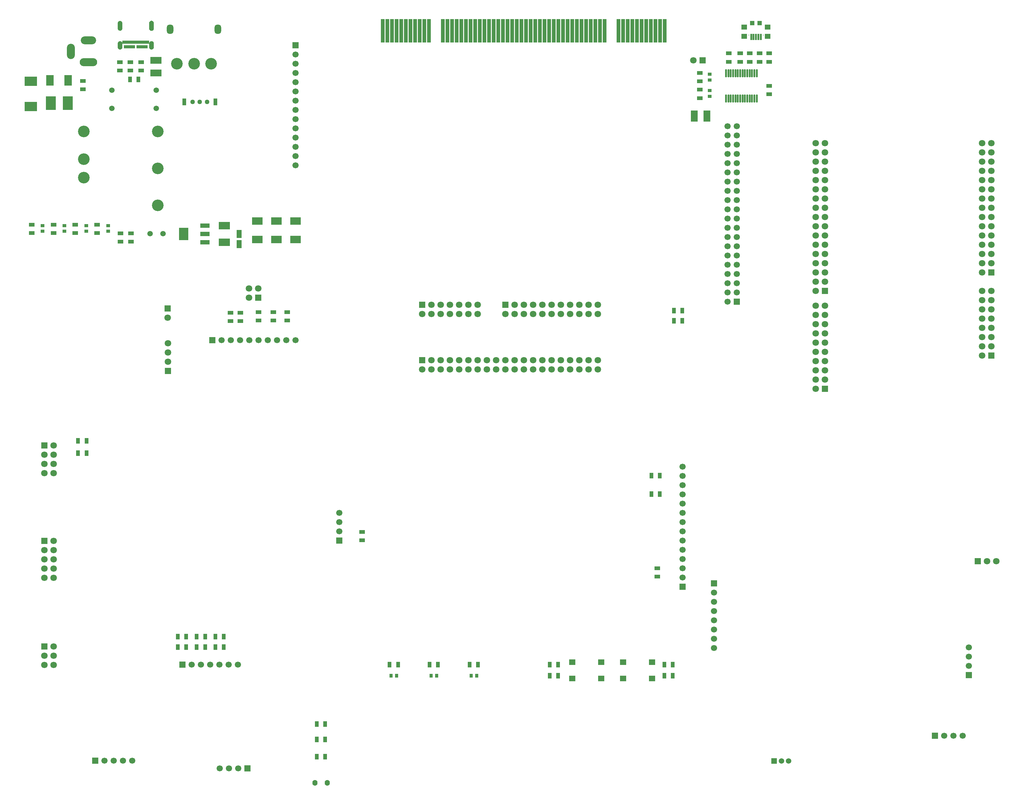
<source format=gts>
G04*
G04 #@! TF.GenerationSoftware,Altium Limited,Altium Designer,22.8.2 (66)*
G04*
G04 Layer_Color=8388736*
%FSLAX24Y24*%
%MOIN*%
G70*
G04*
G04 #@! TF.SameCoordinates,7B41CF5B-E62F-45EA-8BBF-26C1571639E4*
G04*
G04*
G04 #@! TF.FilePolarity,Negative*
G04*
G01*
G75*
%ADD21O,0.0218X0.0907*%
%ADD22R,0.0592X0.0434*%
%ADD23R,0.0513X0.0474*%
%ADD24R,0.0237X0.0710*%
%ADD25R,0.0631X0.0552*%
%ADD26R,0.0552X0.0867*%
%ADD27R,0.1222X0.0769*%
%ADD28R,0.0198X0.0356*%
%ADD29R,0.0474X0.0356*%
%ADD30R,0.0395X0.0375*%
%ADD31R,0.0434X0.0592*%
%ADD32R,0.0438X0.2529*%
%ADD33R,0.0375X0.0395*%
%ADD34R,0.0690X0.0592*%
%ADD35R,0.1064X0.1497*%
%ADD36R,0.1182X0.0832*%
%ADD37R,0.0832X0.1182*%
%ADD38R,0.0769X0.1222*%
%ADD39R,0.1222X0.0808*%
%ADD40R,0.1379X0.1025*%
%ADD41R,0.1025X0.0474*%
%ADD42R,0.1025X0.1379*%
%ADD43R,0.0710X0.0710*%
%ADD44C,0.0710*%
%ADD45C,0.0080*%
%ADD46C,0.1261*%
G04:AMPARAMS|DCode=47|XSize=102.5mil|YSize=71mil|CornerRadius=29.2mil|HoleSize=0mil|Usage=FLASHONLY|Rotation=270.000|XOffset=0mil|YOffset=0mil|HoleType=Round|Shape=RoundedRectangle|*
%AMROUNDEDRECTD47*
21,1,0.1025,0.0126,0,0,270.0*
21,1,0.0441,0.0710,0,0,270.0*
1,1,0.0584,-0.0063,-0.0220*
1,1,0.0584,-0.0063,0.0220*
1,1,0.0584,0.0063,0.0220*
1,1,0.0584,0.0063,-0.0220*
%
%ADD47ROUNDEDRECTD47*%
%ADD48O,0.0867X0.1655*%
%ADD49O,0.1655X0.0867*%
%ADD50O,0.1891X0.0867*%
%ADD51C,0.0592*%
%ADD52C,0.0512*%
%ADD53R,0.0433X0.0748*%
%ADD54C,0.0669*%
%ADD55R,0.0669X0.0669*%
%ADD56R,0.0710X0.0710*%
%ADD57R,0.0592X0.0592*%
%ADD58R,0.0669X0.0669*%
%ADD59O,0.0551X0.0630*%
G36*
X11317Y81386D02*
X11304Y81387D01*
X11291Y81389D01*
X11278Y81391D01*
X11265Y81394D01*
X11252Y81398D01*
X11239Y81403D01*
X11227Y81408D01*
X11215Y81414D01*
X11203Y81420D01*
X11191Y81427D01*
X11180Y81435D01*
X11170Y81443D01*
X11159Y81452D01*
X11150Y81461D01*
X11141Y81470D01*
X11132Y81481D01*
X11124Y81491D01*
X11116Y81502D01*
X11109Y81514D01*
X11103Y81526D01*
X11097Y81538D01*
X11092Y81550D01*
X11087Y81563D01*
X11083Y81576D01*
X11080Y81589D01*
X11078Y81602D01*
X11076Y81615D01*
X11075Y81628D01*
X11075Y81642D01*
Y82035D01*
X11075Y82049D01*
X11076Y82062D01*
X11078Y82076D01*
X11080Y82089D01*
X11083Y82102D01*
X11087Y82115D01*
X11092Y82127D01*
X11097Y82139D01*
X11103Y82152D01*
X11109Y82163D01*
X11116Y82175D01*
X11124Y82186D01*
X11132Y82196D01*
X11141Y82207D01*
X11150Y82217D01*
X11159Y82226D01*
X11170Y82234D01*
X11180Y82243D01*
X11191Y82250D01*
X11203Y82257D01*
X11215Y82263D01*
X11227Y82269D01*
X11239Y82274D01*
X11252Y82279D01*
X11265Y82283D01*
X11278Y82286D01*
X11291Y82288D01*
X11304Y82290D01*
X11317Y82291D01*
X11331Y82291D01*
X11344Y82291D01*
X11357Y82290D01*
X11371Y82288D01*
X11384Y82286D01*
X11397Y82283D01*
X11410Y82279D01*
X11422Y82274D01*
X11435Y82269D01*
X11447Y82263D01*
X11459Y82257D01*
X11470Y82250D01*
X11481Y82243D01*
X11492Y82234D01*
X11502Y82226D01*
X11512Y82217D01*
X11521Y82207D01*
X11530Y82196D01*
X11538Y82186D01*
X11545Y82175D01*
X11552Y82163D01*
X11559Y82152D01*
X11565Y82139D01*
X11570Y82127D01*
X11574Y82115D01*
X11578Y82102D01*
X11581Y82089D01*
X11583Y82076D01*
X11585Y82062D01*
X11586Y82049D01*
X11587Y82035D01*
Y81642D01*
X11586Y81628D01*
X11585Y81615D01*
X11583Y81602D01*
X11581Y81589D01*
X11578Y81576D01*
X11574Y81563D01*
X11570Y81550D01*
X11565Y81538D01*
X11559Y81526D01*
X11552Y81514D01*
X11545Y81502D01*
X11538Y81491D01*
X11530Y81481D01*
X11521Y81470D01*
X11512Y81461D01*
X11502Y81452D01*
X11492Y81443D01*
X11481Y81435D01*
X11470Y81427D01*
X11459Y81420D01*
X11447Y81414D01*
X11435Y81408D01*
X11422Y81403D01*
X11410Y81398D01*
X11397Y81394D01*
X11384Y81391D01*
X11371Y81389D01*
X11357Y81387D01*
X11344Y81386D01*
X11331Y81386D01*
X11317Y81386D01*
D02*
G37*
G36*
Y83418D02*
X11304Y83420D01*
X11290Y83422D01*
X11276Y83425D01*
X11263Y83429D01*
X11250Y83433D01*
X11237Y83438D01*
X11224Y83444D01*
X11212Y83450D01*
X11200Y83457D01*
X11188Y83465D01*
X11177Y83474D01*
X11166Y83482D01*
X11156Y83492D01*
X11146Y83502D01*
X11137Y83512D01*
X11128Y83523D01*
X11120Y83534D01*
X11113Y83546D01*
X11106Y83558D01*
X11100Y83571D01*
X11094Y83583D01*
X11089Y83596D01*
X11085Y83610D01*
X11082Y83623D01*
X11079Y83637D01*
X11077Y83651D01*
X11075Y83665D01*
X11075Y83678D01*
Y83693D01*
Y84205D01*
Y84219D01*
X11075Y84233D01*
X11077Y84247D01*
X11079Y84261D01*
X11082Y84274D01*
X11085Y84288D01*
X11089Y84301D01*
X11094Y84314D01*
X11100Y84327D01*
X11106Y84339D01*
X11113Y84352D01*
X11120Y84363D01*
X11128Y84375D01*
X11137Y84385D01*
X11146Y84396D01*
X11156Y84406D01*
X11166Y84415D01*
X11177Y84424D01*
X11188Y84432D01*
X11200Y84440D01*
X11212Y84447D01*
X11224Y84454D01*
X11237Y84459D01*
X11250Y84465D01*
X11263Y84469D01*
X11276Y84472D01*
X11290Y84476D01*
X11304Y84478D01*
X11317Y84480D01*
X11331Y84480D01*
X11344Y84480D01*
X11358Y84478D01*
X11372Y84476D01*
X11385Y84472D01*
X11398Y84469D01*
X11412Y84465D01*
X11425Y84459D01*
X11437Y84454D01*
X11450Y84447D01*
X11462Y84440D01*
X11473Y84432D01*
X11485Y84424D01*
X11495Y84415D01*
X11506Y84406D01*
X11515Y84396D01*
X11524Y84385D01*
X11533Y84375D01*
X11541Y84363D01*
X11549Y84352D01*
X11556Y84339D01*
X11562Y84327D01*
X11567Y84314D01*
X11572Y84301D01*
X11576Y84288D01*
X11580Y84274D01*
X11583Y84261D01*
X11585Y84247D01*
X11586Y84233D01*
X11587Y84219D01*
Y84205D01*
Y83693D01*
Y83678D01*
X11586Y83665D01*
X11585Y83651D01*
X11583Y83637D01*
X11580Y83623D01*
X11576Y83610D01*
X11572Y83596D01*
X11567Y83583D01*
X11562Y83571D01*
X11556Y83558D01*
X11549Y83546D01*
X11541Y83534D01*
X11533Y83523D01*
X11524Y83512D01*
X11515Y83502D01*
X11506Y83492D01*
X11495Y83482D01*
X11485Y83474D01*
X11473Y83465D01*
X11462Y83457D01*
X11450Y83450D01*
X11437Y83444D01*
X11425Y83438D01*
X11412Y83433D01*
X11398Y83429D01*
X11385Y83425D01*
X11372Y83422D01*
X11358Y83420D01*
X11344Y83418D01*
X11331Y83417D01*
X11317Y83418D01*
D02*
G37*
G36*
X14719Y81386D02*
X14706Y81387D01*
X14692Y81389D01*
X14679Y81391D01*
X14666Y81394D01*
X14653Y81398D01*
X14641Y81403D01*
X14628Y81408D01*
X14616Y81414D01*
X14604Y81420D01*
X14593Y81427D01*
X14582Y81435D01*
X14571Y81443D01*
X14561Y81452D01*
X14551Y81461D01*
X14542Y81470D01*
X14533Y81481D01*
X14525Y81491D01*
X14518Y81502D01*
X14511Y81514D01*
X14504Y81526D01*
X14498Y81538D01*
X14493Y81550D01*
X14489Y81563D01*
X14485Y81576D01*
X14482Y81589D01*
X14480Y81602D01*
X14478Y81615D01*
X14477Y81628D01*
X14476Y81642D01*
Y82035D01*
X14477Y82049D01*
X14478Y82062D01*
X14480Y82076D01*
X14482Y82089D01*
X14485Y82102D01*
X14489Y82115D01*
X14493Y82127D01*
X14498Y82139D01*
X14504Y82152D01*
X14511Y82163D01*
X14518Y82175D01*
X14525Y82186D01*
X14533Y82196D01*
X14542Y82207D01*
X14551Y82217D01*
X14561Y82226D01*
X14571Y82234D01*
X14582Y82243D01*
X14593Y82250D01*
X14604Y82257D01*
X14616Y82263D01*
X14628Y82269D01*
X14641Y82274D01*
X14653Y82279D01*
X14666Y82283D01*
X14679Y82286D01*
X14692Y82288D01*
X14706Y82290D01*
X14719Y82291D01*
X14732Y82291D01*
X14746D01*
X14759Y82291D01*
X14772Y82290D01*
X14785Y82288D01*
X14798Y82285D01*
X14810Y82282D01*
X14822Y82278D01*
X14834Y82274D01*
X14846Y82268D01*
X14858Y82263D01*
X14869Y82256D01*
X14880Y82250D01*
X14890Y82242D01*
X14900Y82234D01*
X14910Y82225D01*
X14919Y82217D01*
X14928Y82207D01*
X14936Y82197D01*
X14944Y82187D01*
X14951Y82176D01*
X14957Y82165D01*
X14963Y82153D01*
X14969Y82141D01*
X14974Y82130D01*
X14978Y82117D01*
X14981Y82105D01*
X14984Y82092D01*
X14986Y82080D01*
X14987Y82067D01*
X14988Y82055D01*
Y81661D01*
Y81647D01*
X14988Y81633D01*
X14986Y81619D01*
X14984Y81606D01*
X14981Y81592D01*
X14978Y81578D01*
X14974Y81565D01*
X14969Y81552D01*
X14963Y81539D01*
X14957Y81527D01*
X14950Y81515D01*
X14943Y81503D01*
X14935Y81491D01*
X14926Y81481D01*
X14917Y81470D01*
X14907Y81460D01*
X14897Y81451D01*
X14886Y81442D01*
X14875Y81434D01*
X14863Y81426D01*
X14851Y81419D01*
X14839Y81413D01*
X14826Y81407D01*
X14813Y81402D01*
X14800Y81397D01*
X14787Y81394D01*
X14773Y81391D01*
X14759Y81388D01*
X14746Y81387D01*
X14732Y81386D01*
X14719Y81386D01*
D02*
G37*
G36*
Y83398D02*
X14705Y83400D01*
X14691Y83402D01*
X14678Y83406D01*
X14665Y83409D01*
X14651Y83413D01*
X14638Y83419D01*
X14626Y83424D01*
X14613Y83431D01*
X14601Y83438D01*
X14590Y83446D01*
X14578Y83454D01*
X14568Y83463D01*
X14557Y83472D01*
X14548Y83482D01*
X14539Y83493D01*
X14530Y83503D01*
X14522Y83515D01*
X14514Y83526D01*
X14507Y83539D01*
X14501Y83551D01*
X14496Y83564D01*
X14491Y83577D01*
X14487Y83590D01*
X14483Y83604D01*
X14480Y83617D01*
X14478Y83631D01*
X14477Y83645D01*
X14476Y83659D01*
Y83673D01*
Y84224D01*
Y84239D01*
X14477Y84253D01*
X14478Y84267D01*
X14480Y84280D01*
X14483Y84294D01*
X14487Y84307D01*
X14491Y84321D01*
X14496Y84334D01*
X14501Y84346D01*
X14507Y84359D01*
X14514Y84371D01*
X14522Y84383D01*
X14530Y84394D01*
X14539Y84405D01*
X14548Y84416D01*
X14557Y84426D01*
X14568Y84435D01*
X14578Y84444D01*
X14590Y84452D01*
X14601Y84460D01*
X14613Y84467D01*
X14626Y84473D01*
X14638Y84479D01*
X14651Y84484D01*
X14665Y84489D01*
X14678Y84492D01*
X14691Y84495D01*
X14705Y84498D01*
X14719Y84499D01*
X14732Y84500D01*
X14746Y84499D01*
X14759Y84498D01*
X14773Y84495D01*
X14787Y84492D01*
X14800Y84489D01*
X14813Y84484D01*
X14826Y84479D01*
X14839Y84473D01*
X14851Y84467D01*
X14863Y84460D01*
X14875Y84452D01*
X14886Y84444D01*
X14897Y84435D01*
X14907Y84426D01*
X14917Y84416D01*
X14926Y84405D01*
X14935Y84394D01*
X14943Y84383D01*
X14950Y84371D01*
X14957Y84359D01*
X14963Y84346D01*
X14969Y84334D01*
X14974Y84321D01*
X14978Y84307D01*
X14981Y84294D01*
X14984Y84280D01*
X14986Y84267D01*
X14988Y84253D01*
X14988Y84239D01*
Y84224D01*
Y83673D01*
Y83659D01*
X14988Y83645D01*
X14986Y83631D01*
X14984Y83617D01*
X14981Y83604D01*
X14978Y83590D01*
X14974Y83577D01*
X14969Y83564D01*
X14963Y83551D01*
X14957Y83539D01*
X14950Y83526D01*
X14943Y83515D01*
X14935Y83503D01*
X14926Y83493D01*
X14917Y83482D01*
X14907Y83472D01*
X14897Y83463D01*
X14886Y83454D01*
X14875Y83446D01*
X14863Y83438D01*
X14851Y83431D01*
X14839Y83424D01*
X14826Y83419D01*
X14813Y83413D01*
X14800Y83409D01*
X14787Y83406D01*
X14773Y83402D01*
X14759Y83400D01*
X14746Y83398D01*
X14732Y83398D01*
X14719Y83398D01*
D02*
G37*
D21*
X77648Y78799D02*
D03*
X77392D02*
D03*
X77904D02*
D03*
X77136D02*
D03*
X76880D02*
D03*
X79439D02*
D03*
X78927D02*
D03*
X79183D02*
D03*
X80207D02*
D03*
X79695D02*
D03*
X79951D02*
D03*
X78671D02*
D03*
X78159D02*
D03*
X78415D02*
D03*
X77136Y76083D02*
D03*
X76880D02*
D03*
X77648D02*
D03*
X77392D02*
D03*
X79439D02*
D03*
X80207D02*
D03*
X79695D02*
D03*
X79951D02*
D03*
X78415D02*
D03*
X77904D02*
D03*
X78159D02*
D03*
X79183D02*
D03*
X78671D02*
D03*
X78927D02*
D03*
D22*
X81535Y76555D02*
D03*
Y77461D02*
D03*
X78425Y80059D02*
D03*
Y80965D02*
D03*
X81535Y80059D02*
D03*
Y80965D02*
D03*
X13622Y79114D02*
D03*
Y80020D02*
D03*
X74055Y76122D02*
D03*
Y77028D02*
D03*
Y78839D02*
D03*
Y77933D02*
D03*
X29409Y52933D02*
D03*
Y52028D02*
D03*
X27913D02*
D03*
Y52933D02*
D03*
X11378Y60571D02*
D03*
Y61476D02*
D03*
X37520Y29154D02*
D03*
Y28248D02*
D03*
X69449Y25217D02*
D03*
Y24311D02*
D03*
X23268Y52894D02*
D03*
Y51988D02*
D03*
X26299Y52028D02*
D03*
Y52933D02*
D03*
X79449Y80059D02*
D03*
Y80965D02*
D03*
X80512Y80059D02*
D03*
Y80965D02*
D03*
X8858Y62421D02*
D03*
Y61516D02*
D03*
X6496Y62421D02*
D03*
Y61516D02*
D03*
X4134Y62421D02*
D03*
Y61516D02*
D03*
X11299Y80020D02*
D03*
Y79114D02*
D03*
X1772Y62421D02*
D03*
Y61516D02*
D03*
X24331Y51988D02*
D03*
Y52894D02*
D03*
X77165Y80059D02*
D03*
Y80965D02*
D03*
X12441Y80020D02*
D03*
Y79114D02*
D03*
X7323Y77067D02*
D03*
Y77972D02*
D03*
X12520Y61476D02*
D03*
Y60571D02*
D03*
D23*
X79724Y84252D02*
D03*
X80512D02*
D03*
D24*
X80630Y82736D02*
D03*
X80374D02*
D03*
X79606D02*
D03*
X79862D02*
D03*
X80118D02*
D03*
D25*
X78858Y82815D02*
D03*
X81378D02*
D03*
X78858Y83799D02*
D03*
X81378D02*
D03*
D26*
X24213Y60315D02*
D03*
Y61417D02*
D03*
D27*
X15197Y78848D02*
D03*
Y80207D02*
D03*
D28*
X14213Y81677D02*
D03*
X14016D02*
D03*
X13819D02*
D03*
X13622D02*
D03*
X13425D02*
D03*
X13228D02*
D03*
X12835D02*
D03*
X12638D02*
D03*
X12441D02*
D03*
X12244D02*
D03*
X12047D02*
D03*
X11850D02*
D03*
X12146Y82189D02*
D03*
X12343D02*
D03*
X12539D02*
D03*
X12736D02*
D03*
X12933D02*
D03*
X13130D02*
D03*
X13327D02*
D03*
X13524D02*
D03*
X13720D02*
D03*
X13917D02*
D03*
D29*
X11811D02*
D03*
X14252D02*
D03*
D30*
X75118Y78091D02*
D03*
Y78701D02*
D03*
Y76929D02*
D03*
Y76319D02*
D03*
X10039Y61703D02*
D03*
Y62313D02*
D03*
X7677Y61703D02*
D03*
Y62313D02*
D03*
X5315D02*
D03*
Y61703D02*
D03*
X2953Y62313D02*
D03*
Y61703D02*
D03*
D31*
X6791Y39016D02*
D03*
X7697D02*
D03*
X69705Y33228D02*
D03*
X68799D02*
D03*
Y35236D02*
D03*
X69705D02*
D03*
X6791Y37677D02*
D03*
X7697D02*
D03*
X58720Y13583D02*
D03*
X57815D02*
D03*
X70217D02*
D03*
X71122D02*
D03*
X49154Y14764D02*
D03*
X50059D02*
D03*
X44823Y14764D02*
D03*
X45728D02*
D03*
X40492Y14764D02*
D03*
X41398D02*
D03*
X19626Y16693D02*
D03*
X20531D02*
D03*
X17579D02*
D03*
X18484D02*
D03*
X21634D02*
D03*
X22539D02*
D03*
X32618Y6693D02*
D03*
X33524D02*
D03*
X32618Y4803D02*
D03*
X33524D02*
D03*
X71240Y52008D02*
D03*
X72146D02*
D03*
X71240Y53110D02*
D03*
X72146D02*
D03*
X58720Y14764D02*
D03*
X57815D02*
D03*
X70217D02*
D03*
X71122D02*
D03*
X22539Y17795D02*
D03*
X21634D02*
D03*
X18484D02*
D03*
X17579D02*
D03*
X20531D02*
D03*
X19626D02*
D03*
X32618Y8346D02*
D03*
X33524D02*
D03*
X13307Y78150D02*
D03*
X12402D02*
D03*
D32*
X70232Y83421D02*
D03*
X69732D02*
D03*
X69232D02*
D03*
X68732D02*
D03*
X68232D02*
D03*
X67732D02*
D03*
X67232D02*
D03*
X66732D02*
D03*
X66232D02*
D03*
X65732D02*
D03*
X65232D02*
D03*
X63732D02*
D03*
X63232D02*
D03*
X62732D02*
D03*
X62232D02*
D03*
X61732D02*
D03*
X61232D02*
D03*
X60732D02*
D03*
X60232D02*
D03*
X59732D02*
D03*
X59232D02*
D03*
X58732D02*
D03*
X58232D02*
D03*
X57732D02*
D03*
X57232D02*
D03*
X56732D02*
D03*
X56232D02*
D03*
X55732D02*
D03*
X55232D02*
D03*
X54732D02*
D03*
X54232D02*
D03*
X53732D02*
D03*
X53232D02*
D03*
X52732D02*
D03*
X52232D02*
D03*
X51732D02*
D03*
X51232D02*
D03*
X50732D02*
D03*
X50232D02*
D03*
X49732D02*
D03*
X49232D02*
D03*
X48732D02*
D03*
X48232D02*
D03*
X47732D02*
D03*
X47232D02*
D03*
X46732D02*
D03*
X46232D02*
D03*
X44732D02*
D03*
X44232D02*
D03*
X43732D02*
D03*
X43232D02*
D03*
X42732D02*
D03*
X42232D02*
D03*
X41732D02*
D03*
X41232D02*
D03*
X40732D02*
D03*
X40232D02*
D03*
X39732D02*
D03*
D33*
X49911Y13583D02*
D03*
X49301D02*
D03*
X44970Y13583D02*
D03*
X45581D02*
D03*
X40640D02*
D03*
X41250D02*
D03*
D34*
X63376Y13287D02*
D03*
Y15059D02*
D03*
X60246Y13287D02*
D03*
Y15059D02*
D03*
X68888Y13287D02*
D03*
Y15059D02*
D03*
X65758Y13287D02*
D03*
Y15059D02*
D03*
D35*
X3839Y75591D02*
D03*
X5689D02*
D03*
D36*
X28248Y60827D02*
D03*
Y62795D02*
D03*
X30315Y60827D02*
D03*
Y62795D02*
D03*
X26181Y60827D02*
D03*
Y62795D02*
D03*
D37*
X3740Y78051D02*
D03*
X5709D02*
D03*
D38*
X74813Y74173D02*
D03*
X73455D02*
D03*
D39*
X22598Y60512D02*
D03*
Y62323D02*
D03*
D40*
X1673Y75207D02*
D03*
Y77943D02*
D03*
D41*
X20512Y60512D02*
D03*
Y61417D02*
D03*
Y62323D02*
D03*
D42*
X18228Y61417D02*
D03*
D43*
X105563Y48252D02*
D03*
Y57252D02*
D03*
X87563Y55252D02*
D03*
Y44652D02*
D03*
X3150Y28181D02*
D03*
Y38508D02*
D03*
Y16748D02*
D03*
X74358Y80197D02*
D03*
X104118Y25984D02*
D03*
X26287Y54512D02*
D03*
D44*
X104563Y48252D02*
D03*
X105563Y49252D02*
D03*
X104563D02*
D03*
X105563Y50252D02*
D03*
X104563D02*
D03*
X105563Y51252D02*
D03*
X104563D02*
D03*
X105563Y52252D02*
D03*
X104563D02*
D03*
X105563Y53252D02*
D03*
X104563D02*
D03*
X105563Y54252D02*
D03*
X104563D02*
D03*
X105563Y55252D02*
D03*
X104563D02*
D03*
Y57252D02*
D03*
X105563Y58252D02*
D03*
X104563D02*
D03*
X105563Y59252D02*
D03*
X104563D02*
D03*
X105563Y60252D02*
D03*
X104563D02*
D03*
X105563Y61252D02*
D03*
X104563D02*
D03*
X105563Y62252D02*
D03*
X104563D02*
D03*
X105563Y63252D02*
D03*
X104563D02*
D03*
X105563Y64252D02*
D03*
X104563D02*
D03*
X105563Y65252D02*
D03*
X104563D02*
D03*
X105563Y66252D02*
D03*
X104563D02*
D03*
X105563Y67252D02*
D03*
X104563D02*
D03*
X105563Y68252D02*
D03*
X104563D02*
D03*
X105563Y69252D02*
D03*
X104563D02*
D03*
X105563Y70252D02*
D03*
X104563D02*
D03*
X105563Y71252D02*
D03*
X104563D02*
D03*
X86563Y55252D02*
D03*
X87563Y56252D02*
D03*
X86563D02*
D03*
X87563Y57252D02*
D03*
X86563D02*
D03*
X87563Y58252D02*
D03*
X86563D02*
D03*
X87563Y59252D02*
D03*
X86563D02*
D03*
X87563Y60252D02*
D03*
X86563D02*
D03*
X87563Y61252D02*
D03*
X86563D02*
D03*
X87563Y62252D02*
D03*
X86563D02*
D03*
X87563Y63252D02*
D03*
X86563D02*
D03*
X87563Y64252D02*
D03*
X86563D02*
D03*
X87563Y65252D02*
D03*
X86563D02*
D03*
X87563Y66252D02*
D03*
X86563D02*
D03*
X87563Y67252D02*
D03*
X86563D02*
D03*
X87563Y68252D02*
D03*
X86563D02*
D03*
X87563Y69252D02*
D03*
X86563D02*
D03*
X87563Y70252D02*
D03*
X86563D02*
D03*
X87563Y71252D02*
D03*
X86563D02*
D03*
Y44652D02*
D03*
X87563Y45652D02*
D03*
X86563D02*
D03*
X87563Y46652D02*
D03*
X86563D02*
D03*
X87563Y47652D02*
D03*
X86563D02*
D03*
X87563Y48652D02*
D03*
X86563D02*
D03*
X87563Y49652D02*
D03*
X86563D02*
D03*
X87563Y50652D02*
D03*
X86563D02*
D03*
X87563Y51652D02*
D03*
X86563D02*
D03*
X87563Y52652D02*
D03*
X86563D02*
D03*
X87563Y53652D02*
D03*
X86563D02*
D03*
X3150Y25181D02*
D03*
X4150D02*
D03*
Y28181D02*
D03*
Y27181D02*
D03*
X3150D02*
D03*
X4150Y26181D02*
D03*
X3150D02*
D03*
Y24181D02*
D03*
X4150D02*
D03*
Y35508D02*
D03*
X3150D02*
D03*
Y37508D02*
D03*
Y36508D02*
D03*
X4150Y38508D02*
D03*
Y36508D02*
D03*
Y37508D02*
D03*
Y15748D02*
D03*
Y16748D02*
D03*
X3150Y15748D02*
D03*
Y14748D02*
D03*
X4150D02*
D03*
X63000Y52750D02*
D03*
Y53750D02*
D03*
X56000D02*
D03*
Y52750D02*
D03*
X53000D02*
D03*
X54000D02*
D03*
Y53750D02*
D03*
X55000Y52750D02*
D03*
Y53750D02*
D03*
X57000D02*
D03*
Y52750D02*
D03*
X58000Y53750D02*
D03*
Y52750D02*
D03*
X59000Y53750D02*
D03*
Y52750D02*
D03*
X60000Y53750D02*
D03*
Y52750D02*
D03*
X61000Y53750D02*
D03*
Y52750D02*
D03*
X62000Y53750D02*
D03*
Y52750D02*
D03*
X50000D02*
D03*
Y53750D02*
D03*
X49000Y52750D02*
D03*
Y53750D02*
D03*
X48000Y52750D02*
D03*
Y53750D02*
D03*
X46000D02*
D03*
Y52750D02*
D03*
X45000Y53750D02*
D03*
Y52750D02*
D03*
X44000D02*
D03*
X47000D02*
D03*
Y53750D02*
D03*
X63000Y46750D02*
D03*
Y47750D02*
D03*
X62000Y46750D02*
D03*
Y47750D02*
D03*
X61000Y46750D02*
D03*
Y47750D02*
D03*
X60000Y46750D02*
D03*
Y47750D02*
D03*
X59000Y46750D02*
D03*
Y47750D02*
D03*
X58000Y46750D02*
D03*
Y47750D02*
D03*
X57000Y46750D02*
D03*
Y47750D02*
D03*
X56000Y46750D02*
D03*
Y47750D02*
D03*
X55000Y46750D02*
D03*
Y47750D02*
D03*
X54000Y46750D02*
D03*
Y47750D02*
D03*
X53000Y46750D02*
D03*
Y47750D02*
D03*
X52000Y46750D02*
D03*
Y47750D02*
D03*
X51000Y46750D02*
D03*
Y47750D02*
D03*
X50000Y46750D02*
D03*
Y47750D02*
D03*
X49000Y46750D02*
D03*
Y47750D02*
D03*
X48000Y46750D02*
D03*
Y47750D02*
D03*
X46000D02*
D03*
Y46750D02*
D03*
X45000Y47750D02*
D03*
Y46750D02*
D03*
X44000D02*
D03*
X47000D02*
D03*
Y47750D02*
D03*
X16496Y52346D02*
D03*
X73358Y80197D02*
D03*
X105118Y25984D02*
D03*
X106118D02*
D03*
X26287Y55512D02*
D03*
X25287D02*
D03*
Y54512D02*
D03*
X16506Y47575D02*
D03*
Y48575D02*
D03*
Y49575D02*
D03*
D45*
X79331Y82953D02*
D03*
X80906D02*
D03*
D46*
X19331Y79843D02*
D03*
X21181D02*
D03*
X17480D02*
D03*
X15417Y64504D02*
D03*
Y68504D02*
D03*
X7417Y67504D02*
D03*
Y69504D02*
D03*
X15417Y72504D02*
D03*
X7417D02*
D03*
D47*
X16732Y83593D02*
D03*
X21929D02*
D03*
D48*
X6024Y81181D02*
D03*
D49*
X7913Y82362D02*
D03*
D50*
Y80000D02*
D03*
D51*
X15256Y76968D02*
D03*
Y75000D02*
D03*
X83661Y4331D02*
D03*
X82874D02*
D03*
X14587Y61457D02*
D03*
X15965D02*
D03*
X10433Y75000D02*
D03*
Y76968D02*
D03*
D52*
X19173Y75709D02*
D03*
X19961D02*
D03*
X20748D02*
D03*
D53*
X18287D02*
D03*
X21634D02*
D03*
D54*
X12630Y4370D02*
D03*
X11630D02*
D03*
X9630D02*
D03*
X10630D02*
D03*
X77059Y54083D02*
D03*
Y55083D02*
D03*
Y56083D02*
D03*
Y57083D02*
D03*
Y58083D02*
D03*
Y59083D02*
D03*
Y60083D02*
D03*
Y61083D02*
D03*
Y62083D02*
D03*
Y63083D02*
D03*
Y64083D02*
D03*
Y65083D02*
D03*
Y66083D02*
D03*
Y67083D02*
D03*
Y68083D02*
D03*
Y69083D02*
D03*
Y70083D02*
D03*
Y71083D02*
D03*
Y72083D02*
D03*
Y73083D02*
D03*
X78059D02*
D03*
Y72083D02*
D03*
Y71083D02*
D03*
Y70083D02*
D03*
Y69083D02*
D03*
Y68083D02*
D03*
Y67083D02*
D03*
Y66083D02*
D03*
Y65083D02*
D03*
Y64083D02*
D03*
Y63083D02*
D03*
Y62083D02*
D03*
Y61083D02*
D03*
Y60083D02*
D03*
Y59083D02*
D03*
Y58083D02*
D03*
Y57083D02*
D03*
Y56083D02*
D03*
Y55083D02*
D03*
X30315Y72835D02*
D03*
Y73835D02*
D03*
Y74835D02*
D03*
Y75835D02*
D03*
Y76835D02*
D03*
Y77835D02*
D03*
Y78835D02*
D03*
Y80835D02*
D03*
Y79835D02*
D03*
Y71835D02*
D03*
Y70835D02*
D03*
Y69835D02*
D03*
Y68835D02*
D03*
X35039Y31224D02*
D03*
Y30224D02*
D03*
Y29224D02*
D03*
X72165Y32224D02*
D03*
Y31224D02*
D03*
Y30224D02*
D03*
Y29224D02*
D03*
Y28224D02*
D03*
Y27224D02*
D03*
Y26224D02*
D03*
Y24224D02*
D03*
Y25224D02*
D03*
Y33224D02*
D03*
Y34224D02*
D03*
Y35224D02*
D03*
Y36224D02*
D03*
X103150Y16657D02*
D03*
Y15657D02*
D03*
Y14657D02*
D03*
X102484Y7087D02*
D03*
X101484D02*
D03*
X100484D02*
D03*
X22122Y3543D02*
D03*
X23122D02*
D03*
X24122D02*
D03*
X75591Y18579D02*
D03*
Y19579D02*
D03*
Y20579D02*
D03*
Y22579D02*
D03*
Y21579D02*
D03*
Y17579D02*
D03*
Y16579D02*
D03*
X20063Y14764D02*
D03*
X19063D02*
D03*
X21063D02*
D03*
X22063D02*
D03*
X23063D02*
D03*
X24063D02*
D03*
X23300Y49900D02*
D03*
X22300D02*
D03*
X24300D02*
D03*
X25300D02*
D03*
X26300D02*
D03*
X27300D02*
D03*
X28300D02*
D03*
X29300D02*
D03*
X30300D02*
D03*
D55*
X8630Y4370D02*
D03*
X78059Y54083D02*
D03*
X99484Y7087D02*
D03*
X25122Y3543D02*
D03*
X18063Y14764D02*
D03*
X21300Y49900D02*
D03*
D56*
X53000Y53750D02*
D03*
X44000D02*
D03*
Y47750D02*
D03*
X16496Y53346D02*
D03*
X16506Y46575D02*
D03*
D57*
X82087Y4331D02*
D03*
D58*
X30315Y81835D02*
D03*
X35039Y28224D02*
D03*
X72165Y23224D02*
D03*
X103150Y13657D02*
D03*
X75591Y23579D02*
D03*
D59*
X33740Y1969D02*
D03*
X32402D02*
D03*
M02*

</source>
